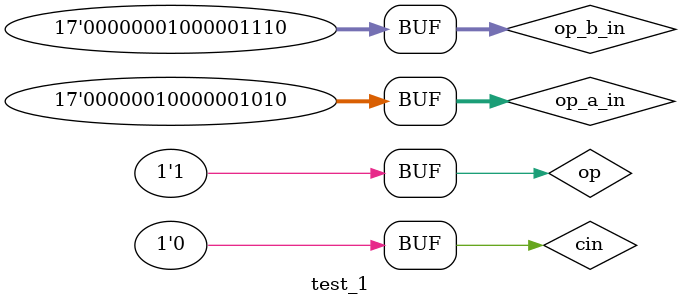
<source format=v>
`timescale 1ns / 1ps


module test_1;

	// Inputs
	reg [16:0] op_a_in;
	reg [16:0] op_b_in;
	reg op;
	reg cin;

	// Outputs
	wire [16:0] sum;
	wire cout;

	// Instantiate the Unit Under Test (UUT)
	addorsub_top uut (
		.op_a_in(op_a_in), 
		.op_b_in(op_b_in), 
		.op(op), 
		.cin(cin), 
		.sum(sum), 
		.cout(cout)
	);

	initial begin
		// Initialize Inputs
		op_a_in = 0;
		op_b_in = 0;
		op = 1;
		cin = 0;

		// Wait 100 ns for global reset to finish
		#100;
		op_a_in=17'd1034;
		op_b_in=17'd526;
        
		// Add stimulus here

	end
      
endmodule


</source>
